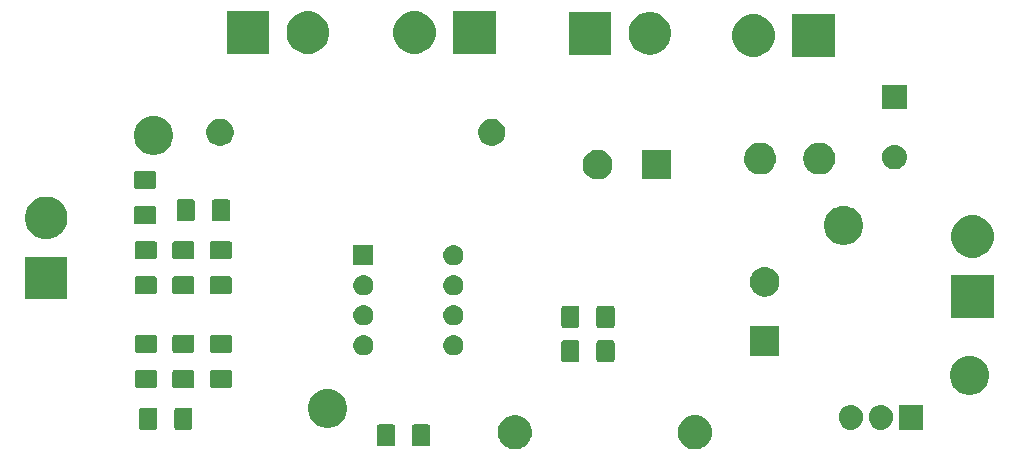
<source format=gbr>
G04 #@! TF.GenerationSoftware,KiCad,Pcbnew,(5.0.2)-1*
G04 #@! TF.CreationDate,2021-12-13T13:30:45+03:00*
G04 #@! TF.ProjectId,tasarim,74617361-7269-46d2-9e6b-696361645f70,rev?*
G04 #@! TF.SameCoordinates,Original*
G04 #@! TF.FileFunction,Soldermask,Top*
G04 #@! TF.FilePolarity,Negative*
%FSLAX46Y46*%
G04 Gerber Fmt 4.6, Leading zero omitted, Abs format (unit mm)*
G04 Created by KiCad (PCBNEW (5.0.2)-1) date 13.12.2021 13:30:45*
%MOMM*%
%LPD*%
G01*
G04 APERTURE LIST*
%ADD10C,0.100000*%
G04 APERTURE END LIST*
D10*
G36*
X178104861Y-110065497D02*
X178211446Y-110075995D01*
X178393789Y-110131308D01*
X178484961Y-110158965D01*
X178599410Y-110220140D01*
X178737033Y-110293701D01*
X178957976Y-110475024D01*
X179117480Y-110669380D01*
X179139298Y-110695966D01*
X179274035Y-110948039D01*
X179274035Y-110948040D01*
X179357005Y-111221554D01*
X179385020Y-111506000D01*
X179357005Y-111790446D01*
X179314903Y-111929238D01*
X179274035Y-112063961D01*
X179202016Y-112198697D01*
X179139299Y-112316033D01*
X178957976Y-112536976D01*
X178737033Y-112718299D01*
X178619697Y-112781016D01*
X178484961Y-112853035D01*
X178393789Y-112880692D01*
X178211446Y-112936005D01*
X178104861Y-112946502D01*
X177998278Y-112957000D01*
X177855722Y-112957000D01*
X177749139Y-112946502D01*
X177642554Y-112936005D01*
X177460211Y-112880692D01*
X177369039Y-112853035D01*
X177234303Y-112781016D01*
X177116967Y-112718299D01*
X176896024Y-112536976D01*
X176714701Y-112316033D01*
X176651984Y-112198697D01*
X176579965Y-112063961D01*
X176539097Y-111929238D01*
X176496995Y-111790446D01*
X176468980Y-111506000D01*
X176496995Y-111221554D01*
X176579965Y-110948040D01*
X176579965Y-110948039D01*
X176714702Y-110695966D01*
X176736521Y-110669380D01*
X176896024Y-110475024D01*
X177116967Y-110293701D01*
X177254590Y-110220140D01*
X177369039Y-110158965D01*
X177460211Y-110131308D01*
X177642554Y-110075995D01*
X177749139Y-110065497D01*
X177855722Y-110055000D01*
X177998278Y-110055000D01*
X178104861Y-110065497D01*
X178104861Y-110065497D01*
G37*
G36*
X163110238Y-110110760D02*
X163110240Y-110110761D01*
X163110241Y-110110761D01*
X163374306Y-110220140D01*
X163484399Y-110293702D01*
X163611962Y-110378937D01*
X163814063Y-110581038D01*
X163814065Y-110581041D01*
X163972860Y-110818694D01*
X164082239Y-111082759D01*
X164082240Y-111082762D01*
X164138000Y-111363088D01*
X164138000Y-111648912D01*
X164109848Y-111790444D01*
X164082239Y-111929241D01*
X163972860Y-112193306D01*
X163822654Y-112418105D01*
X163814063Y-112430962D01*
X163611962Y-112633063D01*
X163611959Y-112633065D01*
X163374306Y-112791860D01*
X163110241Y-112901239D01*
X163110240Y-112901239D01*
X163110238Y-112901240D01*
X162829912Y-112957000D01*
X162544088Y-112957000D01*
X162263762Y-112901240D01*
X162263760Y-112901239D01*
X162263759Y-112901239D01*
X161999694Y-112791860D01*
X161762041Y-112633065D01*
X161762038Y-112633063D01*
X161559937Y-112430962D01*
X161551346Y-112418105D01*
X161401140Y-112193306D01*
X161291761Y-111929241D01*
X161264153Y-111790444D01*
X161236000Y-111648912D01*
X161236000Y-111363088D01*
X161291760Y-111082762D01*
X161291761Y-111082759D01*
X161401140Y-110818694D01*
X161559935Y-110581041D01*
X161559937Y-110581038D01*
X161762038Y-110378937D01*
X161889601Y-110293702D01*
X161999694Y-110220140D01*
X162263759Y-110110761D01*
X162263760Y-110110761D01*
X162263762Y-110110760D01*
X162544088Y-110055000D01*
X162829912Y-110055000D01*
X163110238Y-110110760D01*
X163110238Y-110110760D01*
G37*
G36*
X152378062Y-110838181D02*
X152412977Y-110848773D01*
X152445165Y-110865978D01*
X152473373Y-110889127D01*
X152496522Y-110917335D01*
X152513727Y-110949523D01*
X152524319Y-110984438D01*
X152528500Y-111026895D01*
X152528500Y-112493105D01*
X152524319Y-112535562D01*
X152513727Y-112570477D01*
X152496522Y-112602665D01*
X152473373Y-112630873D01*
X152445165Y-112654022D01*
X152412977Y-112671227D01*
X152378062Y-112681819D01*
X152335605Y-112686000D01*
X151194395Y-112686000D01*
X151151938Y-112681819D01*
X151117023Y-112671227D01*
X151084835Y-112654022D01*
X151056627Y-112630873D01*
X151033478Y-112602665D01*
X151016273Y-112570477D01*
X151005681Y-112535562D01*
X151001500Y-112493105D01*
X151001500Y-111026895D01*
X151005681Y-110984438D01*
X151016273Y-110949523D01*
X151033478Y-110917335D01*
X151056627Y-110889127D01*
X151084835Y-110865978D01*
X151117023Y-110848773D01*
X151151938Y-110838181D01*
X151194395Y-110834000D01*
X152335605Y-110834000D01*
X152378062Y-110838181D01*
X152378062Y-110838181D01*
G37*
G36*
X155353062Y-110838181D02*
X155387977Y-110848773D01*
X155420165Y-110865978D01*
X155448373Y-110889127D01*
X155471522Y-110917335D01*
X155488727Y-110949523D01*
X155499319Y-110984438D01*
X155503500Y-111026895D01*
X155503500Y-112493105D01*
X155499319Y-112535562D01*
X155488727Y-112570477D01*
X155471522Y-112602665D01*
X155448373Y-112630873D01*
X155420165Y-112654022D01*
X155387977Y-112671227D01*
X155353062Y-112681819D01*
X155310605Y-112686000D01*
X154169395Y-112686000D01*
X154126938Y-112681819D01*
X154092023Y-112671227D01*
X154059835Y-112654022D01*
X154031627Y-112630873D01*
X154008478Y-112602665D01*
X153991273Y-112570477D01*
X153980681Y-112535562D01*
X153976500Y-112493105D01*
X153976500Y-111026895D01*
X153980681Y-110984438D01*
X153991273Y-110949523D01*
X154008478Y-110917335D01*
X154031627Y-110889127D01*
X154059835Y-110865978D01*
X154092023Y-110848773D01*
X154126938Y-110838181D01*
X154169395Y-110834000D01*
X155310605Y-110834000D01*
X155353062Y-110838181D01*
X155353062Y-110838181D01*
G37*
G36*
X191331720Y-109199520D02*
X191520881Y-109256901D01*
X191695212Y-109350083D01*
X191848015Y-109475485D01*
X191973417Y-109628288D01*
X192066599Y-109802620D01*
X192123980Y-109991781D01*
X192138500Y-110139207D01*
X192138500Y-110332794D01*
X192123980Y-110480220D01*
X192066599Y-110669381D01*
X191973417Y-110843712D01*
X191848015Y-110996515D01*
X191695212Y-111121917D01*
X191520880Y-111215099D01*
X191331719Y-111272480D01*
X191135000Y-111291855D01*
X190938280Y-111272480D01*
X190749119Y-111215099D01*
X190574788Y-111121917D01*
X190421985Y-110996515D01*
X190296583Y-110843712D01*
X190203401Y-110669380D01*
X190146020Y-110480219D01*
X190136045Y-110378937D01*
X190131500Y-110332795D01*
X190131500Y-110139204D01*
X190137726Y-110075995D01*
X190146020Y-109991780D01*
X190203401Y-109802619D01*
X190296583Y-109628288D01*
X190421985Y-109475485D01*
X190574788Y-109350083D01*
X190749120Y-109256901D01*
X190938281Y-109199520D01*
X191135000Y-109180145D01*
X191331720Y-109199520D01*
X191331720Y-109199520D01*
G37*
G36*
X193871720Y-109199520D02*
X194060881Y-109256901D01*
X194235212Y-109350083D01*
X194388015Y-109475485D01*
X194513417Y-109628288D01*
X194606599Y-109802620D01*
X194663980Y-109991781D01*
X194678500Y-110139207D01*
X194678500Y-110332794D01*
X194663980Y-110480220D01*
X194606599Y-110669381D01*
X194513417Y-110843712D01*
X194388015Y-110996515D01*
X194235212Y-111121917D01*
X194060880Y-111215099D01*
X193871719Y-111272480D01*
X193675000Y-111291855D01*
X193478280Y-111272480D01*
X193289119Y-111215099D01*
X193114788Y-111121917D01*
X192961985Y-110996515D01*
X192836583Y-110843712D01*
X192743401Y-110669380D01*
X192686020Y-110480219D01*
X192676045Y-110378937D01*
X192671500Y-110332795D01*
X192671500Y-110139204D01*
X192677726Y-110075995D01*
X192686020Y-109991780D01*
X192743401Y-109802619D01*
X192836583Y-109628288D01*
X192961985Y-109475485D01*
X193114788Y-109350083D01*
X193289120Y-109256901D01*
X193478281Y-109199520D01*
X193675000Y-109180145D01*
X193871720Y-109199520D01*
X193871720Y-109199520D01*
G37*
G36*
X135233062Y-109441181D02*
X135267977Y-109451773D01*
X135300165Y-109468978D01*
X135328373Y-109492127D01*
X135351522Y-109520335D01*
X135368727Y-109552523D01*
X135379319Y-109587438D01*
X135383500Y-109629895D01*
X135383500Y-111096105D01*
X135379319Y-111138562D01*
X135368727Y-111173477D01*
X135351522Y-111205665D01*
X135328373Y-111233873D01*
X135300165Y-111257022D01*
X135267977Y-111274227D01*
X135233062Y-111284819D01*
X135190605Y-111289000D01*
X134049395Y-111289000D01*
X134006938Y-111284819D01*
X133972023Y-111274227D01*
X133939835Y-111257022D01*
X133911627Y-111233873D01*
X133888478Y-111205665D01*
X133871273Y-111173477D01*
X133860681Y-111138562D01*
X133856500Y-111096105D01*
X133856500Y-109629895D01*
X133860681Y-109587438D01*
X133871273Y-109552523D01*
X133888478Y-109520335D01*
X133911627Y-109492127D01*
X133939835Y-109468978D01*
X133972023Y-109451773D01*
X134006938Y-109441181D01*
X134049395Y-109437000D01*
X135190605Y-109437000D01*
X135233062Y-109441181D01*
X135233062Y-109441181D01*
G37*
G36*
X132258062Y-109441181D02*
X132292977Y-109451773D01*
X132325165Y-109468978D01*
X132353373Y-109492127D01*
X132376522Y-109520335D01*
X132393727Y-109552523D01*
X132404319Y-109587438D01*
X132408500Y-109629895D01*
X132408500Y-111096105D01*
X132404319Y-111138562D01*
X132393727Y-111173477D01*
X132376522Y-111205665D01*
X132353373Y-111233873D01*
X132325165Y-111257022D01*
X132292977Y-111274227D01*
X132258062Y-111284819D01*
X132215605Y-111289000D01*
X131074395Y-111289000D01*
X131031938Y-111284819D01*
X130997023Y-111274227D01*
X130964835Y-111257022D01*
X130936627Y-111233873D01*
X130913478Y-111205665D01*
X130896273Y-111173477D01*
X130885681Y-111138562D01*
X130881500Y-111096105D01*
X130881500Y-109629895D01*
X130885681Y-109587438D01*
X130896273Y-109552523D01*
X130913478Y-109520335D01*
X130936627Y-109492127D01*
X130964835Y-109468978D01*
X130997023Y-109451773D01*
X131031938Y-109441181D01*
X131074395Y-109437000D01*
X132215605Y-109437000D01*
X132258062Y-109441181D01*
X132258062Y-109441181D01*
G37*
G36*
X197218500Y-111287000D02*
X195211500Y-111287000D01*
X195211500Y-109185000D01*
X197218500Y-109185000D01*
X197218500Y-111287000D01*
X197218500Y-111287000D01*
G37*
G36*
X147187256Y-107865298D02*
X147293579Y-107886447D01*
X147594042Y-108010903D01*
X147791884Y-108143097D01*
X147864454Y-108191587D01*
X148094413Y-108421546D01*
X148275098Y-108691960D01*
X148399553Y-108992422D01*
X148452162Y-109256901D01*
X148463000Y-109311391D01*
X148463000Y-109636609D01*
X148399553Y-109955579D01*
X148275097Y-110256042D01*
X148125308Y-110480216D01*
X148094413Y-110526454D01*
X147864454Y-110756413D01*
X147864451Y-110756415D01*
X147594042Y-110937097D01*
X147594041Y-110937098D01*
X147594040Y-110937098D01*
X147564043Y-110949523D01*
X147293579Y-111061553D01*
X147187256Y-111082702D01*
X146974611Y-111125000D01*
X146649389Y-111125000D01*
X146436744Y-111082702D01*
X146330421Y-111061553D01*
X146059957Y-110949523D01*
X146029960Y-110937098D01*
X146029959Y-110937098D01*
X146029958Y-110937097D01*
X145759549Y-110756415D01*
X145759546Y-110756413D01*
X145529587Y-110526454D01*
X145498692Y-110480216D01*
X145348903Y-110256042D01*
X145224447Y-109955579D01*
X145161000Y-109636609D01*
X145161000Y-109311391D01*
X145171839Y-109256901D01*
X145224447Y-108992422D01*
X145348902Y-108691960D01*
X145529587Y-108421546D01*
X145759546Y-108191587D01*
X145832116Y-108143097D01*
X146029958Y-108010903D01*
X146330421Y-107886447D01*
X146436744Y-107865298D01*
X146649389Y-107823000D01*
X146974611Y-107823000D01*
X147187256Y-107865298D01*
X147187256Y-107865298D01*
G37*
G36*
X201543256Y-105071298D02*
X201649579Y-105092447D01*
X201950042Y-105216903D01*
X202083542Y-105306105D01*
X202220454Y-105397587D01*
X202450413Y-105627546D01*
X202631098Y-105897960D01*
X202755553Y-106198422D01*
X202790665Y-106374938D01*
X202819000Y-106517391D01*
X202819000Y-106842609D01*
X202755553Y-107161579D01*
X202631097Y-107462042D01*
X202517241Y-107632439D01*
X202450413Y-107732454D01*
X202220454Y-107962413D01*
X202220451Y-107962415D01*
X201950042Y-108143097D01*
X201649579Y-108267553D01*
X201543256Y-108288702D01*
X201330611Y-108331000D01*
X201005389Y-108331000D01*
X200792744Y-108288702D01*
X200686421Y-108267553D01*
X200385958Y-108143097D01*
X200115549Y-107962415D01*
X200115546Y-107962413D01*
X199885587Y-107732454D01*
X199818759Y-107632439D01*
X199704903Y-107462042D01*
X199580447Y-107161579D01*
X199517000Y-106842609D01*
X199517000Y-106517391D01*
X199545336Y-106374938D01*
X199580447Y-106198422D01*
X199704902Y-105897960D01*
X199885587Y-105627546D01*
X200115546Y-105397587D01*
X200252458Y-105306105D01*
X200385958Y-105216903D01*
X200686421Y-105092447D01*
X200792744Y-105071298D01*
X201005389Y-105029000D01*
X201330611Y-105029000D01*
X201543256Y-105071298D01*
X201543256Y-105071298D01*
G37*
G36*
X135395562Y-106228681D02*
X135430477Y-106239273D01*
X135462665Y-106256478D01*
X135490873Y-106279627D01*
X135514022Y-106307835D01*
X135531227Y-106340023D01*
X135541819Y-106374938D01*
X135546000Y-106417395D01*
X135546000Y-107558605D01*
X135541819Y-107601062D01*
X135531227Y-107635977D01*
X135514022Y-107668165D01*
X135490873Y-107696373D01*
X135462665Y-107719522D01*
X135430477Y-107736727D01*
X135395562Y-107747319D01*
X135353105Y-107751500D01*
X133886895Y-107751500D01*
X133844438Y-107747319D01*
X133809523Y-107736727D01*
X133777335Y-107719522D01*
X133749127Y-107696373D01*
X133725978Y-107668165D01*
X133708773Y-107635977D01*
X133698181Y-107601062D01*
X133694000Y-107558605D01*
X133694000Y-106417395D01*
X133698181Y-106374938D01*
X133708773Y-106340023D01*
X133725978Y-106307835D01*
X133749127Y-106279627D01*
X133777335Y-106256478D01*
X133809523Y-106239273D01*
X133844438Y-106228681D01*
X133886895Y-106224500D01*
X135353105Y-106224500D01*
X135395562Y-106228681D01*
X135395562Y-106228681D01*
G37*
G36*
X132220562Y-106228681D02*
X132255477Y-106239273D01*
X132287665Y-106256478D01*
X132315873Y-106279627D01*
X132339022Y-106307835D01*
X132356227Y-106340023D01*
X132366819Y-106374938D01*
X132371000Y-106417395D01*
X132371000Y-107558605D01*
X132366819Y-107601062D01*
X132356227Y-107635977D01*
X132339022Y-107668165D01*
X132315873Y-107696373D01*
X132287665Y-107719522D01*
X132255477Y-107736727D01*
X132220562Y-107747319D01*
X132178105Y-107751500D01*
X130711895Y-107751500D01*
X130669438Y-107747319D01*
X130634523Y-107736727D01*
X130602335Y-107719522D01*
X130574127Y-107696373D01*
X130550978Y-107668165D01*
X130533773Y-107635977D01*
X130523181Y-107601062D01*
X130519000Y-107558605D01*
X130519000Y-106417395D01*
X130523181Y-106374938D01*
X130533773Y-106340023D01*
X130550978Y-106307835D01*
X130574127Y-106279627D01*
X130602335Y-106256478D01*
X130634523Y-106239273D01*
X130669438Y-106228681D01*
X130711895Y-106224500D01*
X132178105Y-106224500D01*
X132220562Y-106228681D01*
X132220562Y-106228681D01*
G37*
G36*
X138570562Y-106228681D02*
X138605477Y-106239273D01*
X138637665Y-106256478D01*
X138665873Y-106279627D01*
X138689022Y-106307835D01*
X138706227Y-106340023D01*
X138716819Y-106374938D01*
X138721000Y-106417395D01*
X138721000Y-107558605D01*
X138716819Y-107601062D01*
X138706227Y-107635977D01*
X138689022Y-107668165D01*
X138665873Y-107696373D01*
X138637665Y-107719522D01*
X138605477Y-107736727D01*
X138570562Y-107747319D01*
X138528105Y-107751500D01*
X137061895Y-107751500D01*
X137019438Y-107747319D01*
X136984523Y-107736727D01*
X136952335Y-107719522D01*
X136924127Y-107696373D01*
X136900978Y-107668165D01*
X136883773Y-107635977D01*
X136873181Y-107601062D01*
X136869000Y-107558605D01*
X136869000Y-106417395D01*
X136873181Y-106374938D01*
X136883773Y-106340023D01*
X136900978Y-106307835D01*
X136924127Y-106279627D01*
X136952335Y-106256478D01*
X136984523Y-106239273D01*
X137019438Y-106228681D01*
X137061895Y-106224500D01*
X138528105Y-106224500D01*
X138570562Y-106228681D01*
X138570562Y-106228681D01*
G37*
G36*
X170974062Y-103726181D02*
X171008977Y-103736773D01*
X171041165Y-103753978D01*
X171069373Y-103777127D01*
X171092522Y-103805335D01*
X171109727Y-103837523D01*
X171120319Y-103872438D01*
X171124500Y-103914895D01*
X171124500Y-105381105D01*
X171120319Y-105423562D01*
X171109727Y-105458477D01*
X171092522Y-105490665D01*
X171069373Y-105518873D01*
X171041165Y-105542022D01*
X171008977Y-105559227D01*
X170974062Y-105569819D01*
X170931605Y-105574000D01*
X169790395Y-105574000D01*
X169747938Y-105569819D01*
X169713023Y-105559227D01*
X169680835Y-105542022D01*
X169652627Y-105518873D01*
X169629478Y-105490665D01*
X169612273Y-105458477D01*
X169601681Y-105423562D01*
X169597500Y-105381105D01*
X169597500Y-103914895D01*
X169601681Y-103872438D01*
X169612273Y-103837523D01*
X169629478Y-103805335D01*
X169652627Y-103777127D01*
X169680835Y-103753978D01*
X169713023Y-103736773D01*
X169747938Y-103726181D01*
X169790395Y-103722000D01*
X170931605Y-103722000D01*
X170974062Y-103726181D01*
X170974062Y-103726181D01*
G37*
G36*
X167999062Y-103726181D02*
X168033977Y-103736773D01*
X168066165Y-103753978D01*
X168094373Y-103777127D01*
X168117522Y-103805335D01*
X168134727Y-103837523D01*
X168145319Y-103872438D01*
X168149500Y-103914895D01*
X168149500Y-105381105D01*
X168145319Y-105423562D01*
X168134727Y-105458477D01*
X168117522Y-105490665D01*
X168094373Y-105518873D01*
X168066165Y-105542022D01*
X168033977Y-105559227D01*
X167999062Y-105569819D01*
X167956605Y-105574000D01*
X166815395Y-105574000D01*
X166772938Y-105569819D01*
X166738023Y-105559227D01*
X166705835Y-105542022D01*
X166677627Y-105518873D01*
X166654478Y-105490665D01*
X166637273Y-105458477D01*
X166626681Y-105423562D01*
X166622500Y-105381105D01*
X166622500Y-103914895D01*
X166626681Y-103872438D01*
X166637273Y-103837523D01*
X166654478Y-103805335D01*
X166677627Y-103777127D01*
X166705835Y-103753978D01*
X166738023Y-103736773D01*
X166772938Y-103726181D01*
X166815395Y-103722000D01*
X167956605Y-103722000D01*
X167999062Y-103726181D01*
X167999062Y-103726181D01*
G37*
G36*
X185083500Y-105010000D02*
X182581500Y-105010000D01*
X182581500Y-102508000D01*
X185083500Y-102508000D01*
X185083500Y-105010000D01*
X185083500Y-105010000D01*
G37*
G36*
X157646821Y-103301313D02*
X157646824Y-103301314D01*
X157646825Y-103301314D01*
X157807239Y-103349975D01*
X157807241Y-103349976D01*
X157807244Y-103349977D01*
X157955078Y-103428995D01*
X158084659Y-103535341D01*
X158191005Y-103664922D01*
X158270023Y-103812756D01*
X158270024Y-103812759D01*
X158270025Y-103812761D01*
X158292659Y-103887376D01*
X158318687Y-103973179D01*
X158335117Y-104140000D01*
X158318687Y-104306821D01*
X158270023Y-104467244D01*
X158191005Y-104615078D01*
X158084659Y-104744659D01*
X157955078Y-104851005D01*
X157807244Y-104930023D01*
X157807241Y-104930024D01*
X157807239Y-104930025D01*
X157646825Y-104978686D01*
X157646824Y-104978686D01*
X157646821Y-104978687D01*
X157521804Y-104991000D01*
X157438196Y-104991000D01*
X157313179Y-104978687D01*
X157313176Y-104978686D01*
X157313175Y-104978686D01*
X157152761Y-104930025D01*
X157152759Y-104930024D01*
X157152756Y-104930023D01*
X157004922Y-104851005D01*
X156875341Y-104744659D01*
X156768995Y-104615078D01*
X156689977Y-104467244D01*
X156641313Y-104306821D01*
X156624883Y-104140000D01*
X156641313Y-103973179D01*
X156667341Y-103887376D01*
X156689975Y-103812761D01*
X156689976Y-103812759D01*
X156689977Y-103812756D01*
X156768995Y-103664922D01*
X156875341Y-103535341D01*
X157004922Y-103428995D01*
X157152756Y-103349977D01*
X157152759Y-103349976D01*
X157152761Y-103349975D01*
X157313175Y-103301314D01*
X157313176Y-103301314D01*
X157313179Y-103301313D01*
X157438196Y-103289000D01*
X157521804Y-103289000D01*
X157646821Y-103301313D01*
X157646821Y-103301313D01*
G37*
G36*
X150026821Y-103301313D02*
X150026824Y-103301314D01*
X150026825Y-103301314D01*
X150187239Y-103349975D01*
X150187241Y-103349976D01*
X150187244Y-103349977D01*
X150335078Y-103428995D01*
X150464659Y-103535341D01*
X150571005Y-103664922D01*
X150650023Y-103812756D01*
X150650024Y-103812759D01*
X150650025Y-103812761D01*
X150672659Y-103887376D01*
X150698687Y-103973179D01*
X150715117Y-104140000D01*
X150698687Y-104306821D01*
X150650023Y-104467244D01*
X150571005Y-104615078D01*
X150464659Y-104744659D01*
X150335078Y-104851005D01*
X150187244Y-104930023D01*
X150187241Y-104930024D01*
X150187239Y-104930025D01*
X150026825Y-104978686D01*
X150026824Y-104978686D01*
X150026821Y-104978687D01*
X149901804Y-104991000D01*
X149818196Y-104991000D01*
X149693179Y-104978687D01*
X149693176Y-104978686D01*
X149693175Y-104978686D01*
X149532761Y-104930025D01*
X149532759Y-104930024D01*
X149532756Y-104930023D01*
X149384922Y-104851005D01*
X149255341Y-104744659D01*
X149148995Y-104615078D01*
X149069977Y-104467244D01*
X149021313Y-104306821D01*
X149004883Y-104140000D01*
X149021313Y-103973179D01*
X149047341Y-103887376D01*
X149069975Y-103812761D01*
X149069976Y-103812759D01*
X149069977Y-103812756D01*
X149148995Y-103664922D01*
X149255341Y-103535341D01*
X149384922Y-103428995D01*
X149532756Y-103349977D01*
X149532759Y-103349976D01*
X149532761Y-103349975D01*
X149693175Y-103301314D01*
X149693176Y-103301314D01*
X149693179Y-103301313D01*
X149818196Y-103289000D01*
X149901804Y-103289000D01*
X150026821Y-103301313D01*
X150026821Y-103301313D01*
G37*
G36*
X138570562Y-103253681D02*
X138605477Y-103264273D01*
X138637665Y-103281478D01*
X138665873Y-103304627D01*
X138689022Y-103332835D01*
X138706227Y-103365023D01*
X138716819Y-103399938D01*
X138721000Y-103442395D01*
X138721000Y-104583605D01*
X138716819Y-104626062D01*
X138706227Y-104660977D01*
X138689022Y-104693165D01*
X138665873Y-104721373D01*
X138637665Y-104744522D01*
X138605477Y-104761727D01*
X138570562Y-104772319D01*
X138528105Y-104776500D01*
X137061895Y-104776500D01*
X137019438Y-104772319D01*
X136984523Y-104761727D01*
X136952335Y-104744522D01*
X136924127Y-104721373D01*
X136900978Y-104693165D01*
X136883773Y-104660977D01*
X136873181Y-104626062D01*
X136869000Y-104583605D01*
X136869000Y-103442395D01*
X136873181Y-103399938D01*
X136883773Y-103365023D01*
X136900978Y-103332835D01*
X136924127Y-103304627D01*
X136952335Y-103281478D01*
X136984523Y-103264273D01*
X137019438Y-103253681D01*
X137061895Y-103249500D01*
X138528105Y-103249500D01*
X138570562Y-103253681D01*
X138570562Y-103253681D01*
G37*
G36*
X135395562Y-103253681D02*
X135430477Y-103264273D01*
X135462665Y-103281478D01*
X135490873Y-103304627D01*
X135514022Y-103332835D01*
X135531227Y-103365023D01*
X135541819Y-103399938D01*
X135546000Y-103442395D01*
X135546000Y-104583605D01*
X135541819Y-104626062D01*
X135531227Y-104660977D01*
X135514022Y-104693165D01*
X135490873Y-104721373D01*
X135462665Y-104744522D01*
X135430477Y-104761727D01*
X135395562Y-104772319D01*
X135353105Y-104776500D01*
X133886895Y-104776500D01*
X133844438Y-104772319D01*
X133809523Y-104761727D01*
X133777335Y-104744522D01*
X133749127Y-104721373D01*
X133725978Y-104693165D01*
X133708773Y-104660977D01*
X133698181Y-104626062D01*
X133694000Y-104583605D01*
X133694000Y-103442395D01*
X133698181Y-103399938D01*
X133708773Y-103365023D01*
X133725978Y-103332835D01*
X133749127Y-103304627D01*
X133777335Y-103281478D01*
X133809523Y-103264273D01*
X133844438Y-103253681D01*
X133886895Y-103249500D01*
X135353105Y-103249500D01*
X135395562Y-103253681D01*
X135395562Y-103253681D01*
G37*
G36*
X132220562Y-103253681D02*
X132255477Y-103264273D01*
X132287665Y-103281478D01*
X132315873Y-103304627D01*
X132339022Y-103332835D01*
X132356227Y-103365023D01*
X132366819Y-103399938D01*
X132371000Y-103442395D01*
X132371000Y-104583605D01*
X132366819Y-104626062D01*
X132356227Y-104660977D01*
X132339022Y-104693165D01*
X132315873Y-104721373D01*
X132287665Y-104744522D01*
X132255477Y-104761727D01*
X132220562Y-104772319D01*
X132178105Y-104776500D01*
X130711895Y-104776500D01*
X130669438Y-104772319D01*
X130634523Y-104761727D01*
X130602335Y-104744522D01*
X130574127Y-104721373D01*
X130550978Y-104693165D01*
X130533773Y-104660977D01*
X130523181Y-104626062D01*
X130519000Y-104583605D01*
X130519000Y-103442395D01*
X130523181Y-103399938D01*
X130533773Y-103365023D01*
X130550978Y-103332835D01*
X130574127Y-103304627D01*
X130602335Y-103281478D01*
X130634523Y-103264273D01*
X130669438Y-103253681D01*
X130711895Y-103249500D01*
X132178105Y-103249500D01*
X132220562Y-103253681D01*
X132220562Y-103253681D01*
G37*
G36*
X170974062Y-100805181D02*
X171008977Y-100815773D01*
X171041165Y-100832978D01*
X171069373Y-100856127D01*
X171092522Y-100884335D01*
X171109727Y-100916523D01*
X171120319Y-100951438D01*
X171124500Y-100993895D01*
X171124500Y-102460105D01*
X171120319Y-102502562D01*
X171109727Y-102537477D01*
X171092522Y-102569665D01*
X171069373Y-102597873D01*
X171041165Y-102621022D01*
X171008977Y-102638227D01*
X170974062Y-102648819D01*
X170931605Y-102653000D01*
X169790395Y-102653000D01*
X169747938Y-102648819D01*
X169713023Y-102638227D01*
X169680835Y-102621022D01*
X169652627Y-102597873D01*
X169629478Y-102569665D01*
X169612273Y-102537477D01*
X169601681Y-102502562D01*
X169597500Y-102460105D01*
X169597500Y-100993895D01*
X169601681Y-100951438D01*
X169612273Y-100916523D01*
X169629478Y-100884335D01*
X169652627Y-100856127D01*
X169680835Y-100832978D01*
X169713023Y-100815773D01*
X169747938Y-100805181D01*
X169790395Y-100801000D01*
X170931605Y-100801000D01*
X170974062Y-100805181D01*
X170974062Y-100805181D01*
G37*
G36*
X167999062Y-100805181D02*
X168033977Y-100815773D01*
X168066165Y-100832978D01*
X168094373Y-100856127D01*
X168117522Y-100884335D01*
X168134727Y-100916523D01*
X168145319Y-100951438D01*
X168149500Y-100993895D01*
X168149500Y-102460105D01*
X168145319Y-102502562D01*
X168134727Y-102537477D01*
X168117522Y-102569665D01*
X168094373Y-102597873D01*
X168066165Y-102621022D01*
X168033977Y-102638227D01*
X167999062Y-102648819D01*
X167956605Y-102653000D01*
X166815395Y-102653000D01*
X166772938Y-102648819D01*
X166738023Y-102638227D01*
X166705835Y-102621022D01*
X166677627Y-102597873D01*
X166654478Y-102569665D01*
X166637273Y-102537477D01*
X166626681Y-102502562D01*
X166622500Y-102460105D01*
X166622500Y-100993895D01*
X166626681Y-100951438D01*
X166637273Y-100916523D01*
X166654478Y-100884335D01*
X166677627Y-100856127D01*
X166705835Y-100832978D01*
X166738023Y-100815773D01*
X166772938Y-100805181D01*
X166815395Y-100801000D01*
X167956605Y-100801000D01*
X167999062Y-100805181D01*
X167999062Y-100805181D01*
G37*
G36*
X157646821Y-100761313D02*
X157646824Y-100761314D01*
X157646825Y-100761314D01*
X157807239Y-100809975D01*
X157807241Y-100809976D01*
X157807244Y-100809977D01*
X157955078Y-100888995D01*
X158084659Y-100995341D01*
X158191005Y-101124922D01*
X158270023Y-101272756D01*
X158318687Y-101433179D01*
X158335117Y-101600000D01*
X158318687Y-101766821D01*
X158270023Y-101927244D01*
X158191005Y-102075078D01*
X158084659Y-102204659D01*
X157955078Y-102311005D01*
X157807244Y-102390023D01*
X157807241Y-102390024D01*
X157807239Y-102390025D01*
X157646825Y-102438686D01*
X157646824Y-102438686D01*
X157646821Y-102438687D01*
X157521804Y-102451000D01*
X157438196Y-102451000D01*
X157313179Y-102438687D01*
X157313176Y-102438686D01*
X157313175Y-102438686D01*
X157152761Y-102390025D01*
X157152759Y-102390024D01*
X157152756Y-102390023D01*
X157004922Y-102311005D01*
X156875341Y-102204659D01*
X156768995Y-102075078D01*
X156689977Y-101927244D01*
X156641313Y-101766821D01*
X156624883Y-101600000D01*
X156641313Y-101433179D01*
X156689977Y-101272756D01*
X156768995Y-101124922D01*
X156875341Y-100995341D01*
X157004922Y-100888995D01*
X157152756Y-100809977D01*
X157152759Y-100809976D01*
X157152761Y-100809975D01*
X157313175Y-100761314D01*
X157313176Y-100761314D01*
X157313179Y-100761313D01*
X157438196Y-100749000D01*
X157521804Y-100749000D01*
X157646821Y-100761313D01*
X157646821Y-100761313D01*
G37*
G36*
X150026821Y-100761313D02*
X150026824Y-100761314D01*
X150026825Y-100761314D01*
X150187239Y-100809975D01*
X150187241Y-100809976D01*
X150187244Y-100809977D01*
X150335078Y-100888995D01*
X150464659Y-100995341D01*
X150571005Y-101124922D01*
X150650023Y-101272756D01*
X150698687Y-101433179D01*
X150715117Y-101600000D01*
X150698687Y-101766821D01*
X150650023Y-101927244D01*
X150571005Y-102075078D01*
X150464659Y-102204659D01*
X150335078Y-102311005D01*
X150187244Y-102390023D01*
X150187241Y-102390024D01*
X150187239Y-102390025D01*
X150026825Y-102438686D01*
X150026824Y-102438686D01*
X150026821Y-102438687D01*
X149901804Y-102451000D01*
X149818196Y-102451000D01*
X149693179Y-102438687D01*
X149693176Y-102438686D01*
X149693175Y-102438686D01*
X149532761Y-102390025D01*
X149532759Y-102390024D01*
X149532756Y-102390023D01*
X149384922Y-102311005D01*
X149255341Y-102204659D01*
X149148995Y-102075078D01*
X149069977Y-101927244D01*
X149021313Y-101766821D01*
X149004883Y-101600000D01*
X149021313Y-101433179D01*
X149069977Y-101272756D01*
X149148995Y-101124922D01*
X149255341Y-100995341D01*
X149384922Y-100888995D01*
X149532756Y-100809977D01*
X149532759Y-100809976D01*
X149532761Y-100809975D01*
X149693175Y-100761314D01*
X149693176Y-100761314D01*
X149693179Y-100761313D01*
X149818196Y-100749000D01*
X149901804Y-100749000D01*
X150026821Y-100761313D01*
X150026821Y-100761313D01*
G37*
G36*
X203223060Y-101813560D02*
X199620940Y-101813560D01*
X199620940Y-98211440D01*
X203223060Y-98211440D01*
X203223060Y-101813560D01*
X203223060Y-101813560D01*
G37*
G36*
X124800560Y-100226060D02*
X121198440Y-100226060D01*
X121198440Y-96623940D01*
X124800560Y-96623940D01*
X124800560Y-100226060D01*
X124800560Y-100226060D01*
G37*
G36*
X184016135Y-97520019D02*
X184197403Y-97556075D01*
X184425071Y-97650378D01*
X184629042Y-97786668D01*
X184629969Y-97787287D01*
X184804213Y-97961531D01*
X184804215Y-97961534D01*
X184941122Y-98166429D01*
X185035425Y-98394097D01*
X185083500Y-98635787D01*
X185083500Y-98882213D01*
X185035425Y-99123903D01*
X184941122Y-99351571D01*
X184818506Y-99535078D01*
X184804213Y-99556469D01*
X184629969Y-99730713D01*
X184629966Y-99730715D01*
X184425071Y-99867622D01*
X184197403Y-99961925D01*
X184016136Y-99997981D01*
X183955714Y-100010000D01*
X183709286Y-100010000D01*
X183648865Y-99997981D01*
X183467597Y-99961925D01*
X183239929Y-99867622D01*
X183035034Y-99730715D01*
X183035031Y-99730713D01*
X182860787Y-99556469D01*
X182846494Y-99535078D01*
X182723878Y-99351571D01*
X182629575Y-99123903D01*
X182581500Y-98882213D01*
X182581500Y-98635787D01*
X182629575Y-98394097D01*
X182723878Y-98166429D01*
X182860785Y-97961534D01*
X182860787Y-97961531D01*
X183035031Y-97787287D01*
X183035958Y-97786668D01*
X183239929Y-97650378D01*
X183467597Y-97556075D01*
X183648864Y-97520019D01*
X183709286Y-97508000D01*
X183955714Y-97508000D01*
X184016135Y-97520019D01*
X184016135Y-97520019D01*
G37*
G36*
X150026821Y-98221313D02*
X150026824Y-98221314D01*
X150026825Y-98221314D01*
X150187239Y-98269975D01*
X150187241Y-98269976D01*
X150187244Y-98269977D01*
X150335078Y-98348995D01*
X150464659Y-98455341D01*
X150571005Y-98584922D01*
X150650023Y-98732756D01*
X150650024Y-98732759D01*
X150650025Y-98732761D01*
X150695361Y-98882214D01*
X150698687Y-98893179D01*
X150715117Y-99060000D01*
X150698687Y-99226821D01*
X150698686Y-99226824D01*
X150698686Y-99226825D01*
X150660845Y-99351571D01*
X150650023Y-99387244D01*
X150571005Y-99535078D01*
X150464659Y-99664659D01*
X150335078Y-99771005D01*
X150187244Y-99850023D01*
X150187241Y-99850024D01*
X150187239Y-99850025D01*
X150026825Y-99898686D01*
X150026824Y-99898686D01*
X150026821Y-99898687D01*
X149901804Y-99911000D01*
X149818196Y-99911000D01*
X149693179Y-99898687D01*
X149693176Y-99898686D01*
X149693175Y-99898686D01*
X149532761Y-99850025D01*
X149532759Y-99850024D01*
X149532756Y-99850023D01*
X149384922Y-99771005D01*
X149255341Y-99664659D01*
X149148995Y-99535078D01*
X149069977Y-99387244D01*
X149059156Y-99351571D01*
X149021314Y-99226825D01*
X149021314Y-99226824D01*
X149021313Y-99226821D01*
X149004883Y-99060000D01*
X149021313Y-98893179D01*
X149024639Y-98882214D01*
X149069975Y-98732761D01*
X149069976Y-98732759D01*
X149069977Y-98732756D01*
X149148995Y-98584922D01*
X149255341Y-98455341D01*
X149384922Y-98348995D01*
X149532756Y-98269977D01*
X149532759Y-98269976D01*
X149532761Y-98269975D01*
X149693175Y-98221314D01*
X149693176Y-98221314D01*
X149693179Y-98221313D01*
X149818196Y-98209000D01*
X149901804Y-98209000D01*
X150026821Y-98221313D01*
X150026821Y-98221313D01*
G37*
G36*
X157646821Y-98221313D02*
X157646824Y-98221314D01*
X157646825Y-98221314D01*
X157807239Y-98269975D01*
X157807241Y-98269976D01*
X157807244Y-98269977D01*
X157955078Y-98348995D01*
X158084659Y-98455341D01*
X158191005Y-98584922D01*
X158270023Y-98732756D01*
X158270024Y-98732759D01*
X158270025Y-98732761D01*
X158315361Y-98882214D01*
X158318687Y-98893179D01*
X158335117Y-99060000D01*
X158318687Y-99226821D01*
X158318686Y-99226824D01*
X158318686Y-99226825D01*
X158280845Y-99351571D01*
X158270023Y-99387244D01*
X158191005Y-99535078D01*
X158084659Y-99664659D01*
X157955078Y-99771005D01*
X157807244Y-99850023D01*
X157807241Y-99850024D01*
X157807239Y-99850025D01*
X157646825Y-99898686D01*
X157646824Y-99898686D01*
X157646821Y-99898687D01*
X157521804Y-99911000D01*
X157438196Y-99911000D01*
X157313179Y-99898687D01*
X157313176Y-99898686D01*
X157313175Y-99898686D01*
X157152761Y-99850025D01*
X157152759Y-99850024D01*
X157152756Y-99850023D01*
X157004922Y-99771005D01*
X156875341Y-99664659D01*
X156768995Y-99535078D01*
X156689977Y-99387244D01*
X156679156Y-99351571D01*
X156641314Y-99226825D01*
X156641314Y-99226824D01*
X156641313Y-99226821D01*
X156624883Y-99060000D01*
X156641313Y-98893179D01*
X156644639Y-98882214D01*
X156689975Y-98732761D01*
X156689976Y-98732759D01*
X156689977Y-98732756D01*
X156768995Y-98584922D01*
X156875341Y-98455341D01*
X157004922Y-98348995D01*
X157152756Y-98269977D01*
X157152759Y-98269976D01*
X157152761Y-98269975D01*
X157313175Y-98221314D01*
X157313176Y-98221314D01*
X157313179Y-98221313D01*
X157438196Y-98209000D01*
X157521804Y-98209000D01*
X157646821Y-98221313D01*
X157646821Y-98221313D01*
G37*
G36*
X132220562Y-98300681D02*
X132255477Y-98311273D01*
X132287665Y-98328478D01*
X132315873Y-98351627D01*
X132339022Y-98379835D01*
X132356227Y-98412023D01*
X132366819Y-98446938D01*
X132371000Y-98489395D01*
X132371000Y-99630605D01*
X132366819Y-99673062D01*
X132356227Y-99707977D01*
X132339022Y-99740165D01*
X132315873Y-99768373D01*
X132287665Y-99791522D01*
X132255477Y-99808727D01*
X132220562Y-99819319D01*
X132178105Y-99823500D01*
X130711895Y-99823500D01*
X130669438Y-99819319D01*
X130634523Y-99808727D01*
X130602335Y-99791522D01*
X130574127Y-99768373D01*
X130550978Y-99740165D01*
X130533773Y-99707977D01*
X130523181Y-99673062D01*
X130519000Y-99630605D01*
X130519000Y-98489395D01*
X130523181Y-98446938D01*
X130533773Y-98412023D01*
X130550978Y-98379835D01*
X130574127Y-98351627D01*
X130602335Y-98328478D01*
X130634523Y-98311273D01*
X130669438Y-98300681D01*
X130711895Y-98296500D01*
X132178105Y-98296500D01*
X132220562Y-98300681D01*
X132220562Y-98300681D01*
G37*
G36*
X135395562Y-98300681D02*
X135430477Y-98311273D01*
X135462665Y-98328478D01*
X135490873Y-98351627D01*
X135514022Y-98379835D01*
X135531227Y-98412023D01*
X135541819Y-98446938D01*
X135546000Y-98489395D01*
X135546000Y-99630605D01*
X135541819Y-99673062D01*
X135531227Y-99707977D01*
X135514022Y-99740165D01*
X135490873Y-99768373D01*
X135462665Y-99791522D01*
X135430477Y-99808727D01*
X135395562Y-99819319D01*
X135353105Y-99823500D01*
X133886895Y-99823500D01*
X133844438Y-99819319D01*
X133809523Y-99808727D01*
X133777335Y-99791522D01*
X133749127Y-99768373D01*
X133725978Y-99740165D01*
X133708773Y-99707977D01*
X133698181Y-99673062D01*
X133694000Y-99630605D01*
X133694000Y-98489395D01*
X133698181Y-98446938D01*
X133708773Y-98412023D01*
X133725978Y-98379835D01*
X133749127Y-98351627D01*
X133777335Y-98328478D01*
X133809523Y-98311273D01*
X133844438Y-98300681D01*
X133886895Y-98296500D01*
X135353105Y-98296500D01*
X135395562Y-98300681D01*
X135395562Y-98300681D01*
G37*
G36*
X138570562Y-98300681D02*
X138605477Y-98311273D01*
X138637665Y-98328478D01*
X138665873Y-98351627D01*
X138689022Y-98379835D01*
X138706227Y-98412023D01*
X138716819Y-98446938D01*
X138721000Y-98489395D01*
X138721000Y-99630605D01*
X138716819Y-99673062D01*
X138706227Y-99707977D01*
X138689022Y-99740165D01*
X138665873Y-99768373D01*
X138637665Y-99791522D01*
X138605477Y-99808727D01*
X138570562Y-99819319D01*
X138528105Y-99823500D01*
X137061895Y-99823500D01*
X137019438Y-99819319D01*
X136984523Y-99808727D01*
X136952335Y-99791522D01*
X136924127Y-99768373D01*
X136900978Y-99740165D01*
X136883773Y-99707977D01*
X136873181Y-99673062D01*
X136869000Y-99630605D01*
X136869000Y-98489395D01*
X136873181Y-98446938D01*
X136883773Y-98412023D01*
X136900978Y-98379835D01*
X136924127Y-98351627D01*
X136952335Y-98328478D01*
X136984523Y-98311273D01*
X137019438Y-98300681D01*
X137061895Y-98296500D01*
X138528105Y-98296500D01*
X138570562Y-98300681D01*
X138570562Y-98300681D01*
G37*
G36*
X150711000Y-97371000D02*
X149009000Y-97371000D01*
X149009000Y-95669000D01*
X150711000Y-95669000D01*
X150711000Y-97371000D01*
X150711000Y-97371000D01*
G37*
G36*
X157646821Y-95681313D02*
X157646824Y-95681314D01*
X157646825Y-95681314D01*
X157807239Y-95729975D01*
X157807241Y-95729976D01*
X157807244Y-95729977D01*
X157955078Y-95808995D01*
X158084659Y-95915341D01*
X158191005Y-96044922D01*
X158270023Y-96192756D01*
X158318687Y-96353179D01*
X158335117Y-96520000D01*
X158318687Y-96686821D01*
X158318686Y-96686824D01*
X158318686Y-96686825D01*
X158270911Y-96844319D01*
X158270023Y-96847244D01*
X158191005Y-96995078D01*
X158084659Y-97124659D01*
X157955078Y-97231005D01*
X157807244Y-97310023D01*
X157807241Y-97310024D01*
X157807239Y-97310025D01*
X157646825Y-97358686D01*
X157646824Y-97358686D01*
X157646821Y-97358687D01*
X157521804Y-97371000D01*
X157438196Y-97371000D01*
X157313179Y-97358687D01*
X157313176Y-97358686D01*
X157313175Y-97358686D01*
X157152761Y-97310025D01*
X157152759Y-97310024D01*
X157152756Y-97310023D01*
X157004922Y-97231005D01*
X156875341Y-97124659D01*
X156768995Y-96995078D01*
X156689977Y-96847244D01*
X156689090Y-96844319D01*
X156641314Y-96686825D01*
X156641314Y-96686824D01*
X156641313Y-96686821D01*
X156624883Y-96520000D01*
X156641313Y-96353179D01*
X156689977Y-96192756D01*
X156768995Y-96044922D01*
X156875341Y-95915341D01*
X157004922Y-95808995D01*
X157152756Y-95729977D01*
X157152759Y-95729976D01*
X157152761Y-95729975D01*
X157313175Y-95681314D01*
X157313176Y-95681314D01*
X157313179Y-95681313D01*
X157438196Y-95669000D01*
X157521804Y-95669000D01*
X157646821Y-95681313D01*
X157646821Y-95681313D01*
G37*
G36*
X132220562Y-95325681D02*
X132255477Y-95336273D01*
X132287665Y-95353478D01*
X132315873Y-95376627D01*
X132339022Y-95404835D01*
X132356227Y-95437023D01*
X132366819Y-95471938D01*
X132371000Y-95514395D01*
X132371000Y-96655605D01*
X132366819Y-96698062D01*
X132356227Y-96732977D01*
X132339022Y-96765165D01*
X132315873Y-96793373D01*
X132287665Y-96816522D01*
X132255477Y-96833727D01*
X132220562Y-96844319D01*
X132178105Y-96848500D01*
X130711895Y-96848500D01*
X130669438Y-96844319D01*
X130634523Y-96833727D01*
X130602335Y-96816522D01*
X130574127Y-96793373D01*
X130550978Y-96765165D01*
X130533773Y-96732977D01*
X130523181Y-96698062D01*
X130519000Y-96655605D01*
X130519000Y-95514395D01*
X130523181Y-95471938D01*
X130533773Y-95437023D01*
X130550978Y-95404835D01*
X130574127Y-95376627D01*
X130602335Y-95353478D01*
X130634523Y-95336273D01*
X130669438Y-95325681D01*
X130711895Y-95321500D01*
X132178105Y-95321500D01*
X132220562Y-95325681D01*
X132220562Y-95325681D01*
G37*
G36*
X135395562Y-95325681D02*
X135430477Y-95336273D01*
X135462665Y-95353478D01*
X135490873Y-95376627D01*
X135514022Y-95404835D01*
X135531227Y-95437023D01*
X135541819Y-95471938D01*
X135546000Y-95514395D01*
X135546000Y-96655605D01*
X135541819Y-96698062D01*
X135531227Y-96732977D01*
X135514022Y-96765165D01*
X135490873Y-96793373D01*
X135462665Y-96816522D01*
X135430477Y-96833727D01*
X135395562Y-96844319D01*
X135353105Y-96848500D01*
X133886895Y-96848500D01*
X133844438Y-96844319D01*
X133809523Y-96833727D01*
X133777335Y-96816522D01*
X133749127Y-96793373D01*
X133725978Y-96765165D01*
X133708773Y-96732977D01*
X133698181Y-96698062D01*
X133694000Y-96655605D01*
X133694000Y-95514395D01*
X133698181Y-95471938D01*
X133708773Y-95437023D01*
X133725978Y-95404835D01*
X133749127Y-95376627D01*
X133777335Y-95353478D01*
X133809523Y-95336273D01*
X133844438Y-95325681D01*
X133886895Y-95321500D01*
X135353105Y-95321500D01*
X135395562Y-95325681D01*
X135395562Y-95325681D01*
G37*
G36*
X138570562Y-95325681D02*
X138605477Y-95336273D01*
X138637665Y-95353478D01*
X138665873Y-95376627D01*
X138689022Y-95404835D01*
X138706227Y-95437023D01*
X138716819Y-95471938D01*
X138721000Y-95514395D01*
X138721000Y-96655605D01*
X138716819Y-96698062D01*
X138706227Y-96732977D01*
X138689022Y-96765165D01*
X138665873Y-96793373D01*
X138637665Y-96816522D01*
X138605477Y-96833727D01*
X138570562Y-96844319D01*
X138528105Y-96848500D01*
X137061895Y-96848500D01*
X137019438Y-96844319D01*
X136984523Y-96833727D01*
X136952335Y-96816522D01*
X136924127Y-96793373D01*
X136900978Y-96765165D01*
X136883773Y-96732977D01*
X136873181Y-96698062D01*
X136869000Y-96655605D01*
X136869000Y-95514395D01*
X136873181Y-95471938D01*
X136883773Y-95437023D01*
X136900978Y-95404835D01*
X136924127Y-95376627D01*
X136952335Y-95353478D01*
X136984523Y-95336273D01*
X137019438Y-95325681D01*
X137061895Y-95321500D01*
X138528105Y-95321500D01*
X138570562Y-95325681D01*
X138570562Y-95325681D01*
G37*
G36*
X201648905Y-93141289D02*
X201947350Y-93200653D01*
X202275122Y-93336421D01*
X202570109Y-93533525D01*
X202820975Y-93784391D01*
X203018079Y-94079378D01*
X203153847Y-94407150D01*
X203223060Y-94755111D01*
X203223060Y-95109889D01*
X203153847Y-95457850D01*
X203018079Y-95785622D01*
X202820975Y-96080609D01*
X202570109Y-96331475D01*
X202275122Y-96528579D01*
X201947350Y-96664347D01*
X201648905Y-96723711D01*
X201599390Y-96733560D01*
X201244610Y-96733560D01*
X201195095Y-96723711D01*
X200896650Y-96664347D01*
X200568878Y-96528579D01*
X200273891Y-96331475D01*
X200023025Y-96080609D01*
X199825921Y-95785622D01*
X199690153Y-95457850D01*
X199620940Y-95109889D01*
X199620940Y-94755111D01*
X199690153Y-94407150D01*
X199825921Y-94079378D01*
X200023025Y-93784391D01*
X200273891Y-93533525D01*
X200568878Y-93336421D01*
X200896650Y-93200653D01*
X201195095Y-93141289D01*
X201244610Y-93131440D01*
X201599390Y-93131440D01*
X201648905Y-93141289D01*
X201648905Y-93141289D01*
G37*
G36*
X190854654Y-92367200D02*
X190981579Y-92392447D01*
X191194037Y-92480450D01*
X191221627Y-92491878D01*
X191282042Y-92516903D01*
X191283142Y-92517638D01*
X191552454Y-92697587D01*
X191782413Y-92927546D01*
X191782415Y-92927549D01*
X191963097Y-93197958D01*
X192087553Y-93498421D01*
X192094536Y-93533528D01*
X192143300Y-93778677D01*
X192151000Y-93817391D01*
X192151000Y-94142609D01*
X192087553Y-94461579D01*
X192074492Y-94493111D01*
X191963098Y-94762040D01*
X191782413Y-95032454D01*
X191552454Y-95262413D01*
X191552451Y-95262415D01*
X191282042Y-95443097D01*
X190981579Y-95567553D01*
X190875256Y-95588702D01*
X190662611Y-95631000D01*
X190337389Y-95631000D01*
X190124744Y-95588702D01*
X190018421Y-95567553D01*
X189717958Y-95443097D01*
X189447549Y-95262415D01*
X189447546Y-95262413D01*
X189217587Y-95032454D01*
X189036902Y-94762040D01*
X188925508Y-94493111D01*
X188912447Y-94461579D01*
X188849000Y-94142609D01*
X188849000Y-93817391D01*
X188856701Y-93778677D01*
X188905464Y-93533528D01*
X188912447Y-93498421D01*
X189036903Y-93197958D01*
X189217585Y-92927549D01*
X189217587Y-92927546D01*
X189447546Y-92697587D01*
X189716858Y-92517638D01*
X189717958Y-92516903D01*
X189778374Y-92491878D01*
X189805963Y-92480450D01*
X190018421Y-92392447D01*
X190145346Y-92367200D01*
X190337389Y-92329000D01*
X190662611Y-92329000D01*
X190854654Y-92367200D01*
X190854654Y-92367200D01*
G37*
G36*
X123226405Y-91553789D02*
X123524850Y-91613153D01*
X123852622Y-91748921D01*
X124147609Y-91946025D01*
X124398475Y-92196891D01*
X124595579Y-92491878D01*
X124731347Y-92819650D01*
X124800560Y-93167611D01*
X124800560Y-93522389D01*
X124731347Y-93870350D01*
X124595579Y-94198122D01*
X124398475Y-94493109D01*
X124147609Y-94743975D01*
X123852622Y-94941079D01*
X123524850Y-95076847D01*
X123226405Y-95136211D01*
X123176890Y-95146060D01*
X122822110Y-95146060D01*
X122772595Y-95136211D01*
X122474150Y-95076847D01*
X122146378Y-94941079D01*
X121851391Y-94743975D01*
X121600525Y-94493109D01*
X121403421Y-94198122D01*
X121267653Y-93870350D01*
X121198440Y-93522389D01*
X121198440Y-93167611D01*
X121267653Y-92819650D01*
X121403421Y-92491878D01*
X121600525Y-92196891D01*
X121851391Y-91946025D01*
X122146378Y-91748921D01*
X122474150Y-91613153D01*
X122772595Y-91553789D01*
X122822110Y-91543940D01*
X123176890Y-91543940D01*
X123226405Y-91553789D01*
X123226405Y-91553789D01*
G37*
G36*
X132144362Y-92371381D02*
X132179277Y-92381973D01*
X132211465Y-92399178D01*
X132239673Y-92422327D01*
X132262822Y-92450535D01*
X132280027Y-92482723D01*
X132290619Y-92517638D01*
X132294800Y-92560095D01*
X132294800Y-93701305D01*
X132290619Y-93743762D01*
X132280027Y-93778677D01*
X132262822Y-93810865D01*
X132239673Y-93839073D01*
X132211465Y-93862222D01*
X132179277Y-93879427D01*
X132144362Y-93890019D01*
X132101905Y-93894200D01*
X130635695Y-93894200D01*
X130593238Y-93890019D01*
X130558323Y-93879427D01*
X130526135Y-93862222D01*
X130497927Y-93839073D01*
X130474778Y-93810865D01*
X130457573Y-93778677D01*
X130446981Y-93743762D01*
X130442800Y-93701305D01*
X130442800Y-92560095D01*
X130446981Y-92517638D01*
X130457573Y-92482723D01*
X130474778Y-92450535D01*
X130497927Y-92422327D01*
X130526135Y-92399178D01*
X130558323Y-92381973D01*
X130593238Y-92371381D01*
X130635695Y-92367200D01*
X132101905Y-92367200D01*
X132144362Y-92371381D01*
X132144362Y-92371381D01*
G37*
G36*
X138408062Y-91788181D02*
X138442977Y-91798773D01*
X138475165Y-91815978D01*
X138503373Y-91839127D01*
X138526522Y-91867335D01*
X138543727Y-91899523D01*
X138554319Y-91934438D01*
X138558500Y-91976895D01*
X138558500Y-93443105D01*
X138554319Y-93485562D01*
X138543727Y-93520477D01*
X138526522Y-93552665D01*
X138503373Y-93580873D01*
X138475165Y-93604022D01*
X138442977Y-93621227D01*
X138408062Y-93631819D01*
X138365605Y-93636000D01*
X137224395Y-93636000D01*
X137181938Y-93631819D01*
X137147023Y-93621227D01*
X137114835Y-93604022D01*
X137086627Y-93580873D01*
X137063478Y-93552665D01*
X137046273Y-93520477D01*
X137035681Y-93485562D01*
X137031500Y-93443105D01*
X137031500Y-91976895D01*
X137035681Y-91934438D01*
X137046273Y-91899523D01*
X137063478Y-91867335D01*
X137086627Y-91839127D01*
X137114835Y-91815978D01*
X137147023Y-91798773D01*
X137181938Y-91788181D01*
X137224395Y-91784000D01*
X138365605Y-91784000D01*
X138408062Y-91788181D01*
X138408062Y-91788181D01*
G37*
G36*
X135433062Y-91788181D02*
X135467977Y-91798773D01*
X135500165Y-91815978D01*
X135528373Y-91839127D01*
X135551522Y-91867335D01*
X135568727Y-91899523D01*
X135579319Y-91934438D01*
X135583500Y-91976895D01*
X135583500Y-93443105D01*
X135579319Y-93485562D01*
X135568727Y-93520477D01*
X135551522Y-93552665D01*
X135528373Y-93580873D01*
X135500165Y-93604022D01*
X135467977Y-93621227D01*
X135433062Y-93631819D01*
X135390605Y-93636000D01*
X134249395Y-93636000D01*
X134206938Y-93631819D01*
X134172023Y-93621227D01*
X134139835Y-93604022D01*
X134111627Y-93580873D01*
X134088478Y-93552665D01*
X134071273Y-93520477D01*
X134060681Y-93485562D01*
X134056500Y-93443105D01*
X134056500Y-91976895D01*
X134060681Y-91934438D01*
X134071273Y-91899523D01*
X134088478Y-91867335D01*
X134111627Y-91839127D01*
X134139835Y-91815978D01*
X134172023Y-91798773D01*
X134206938Y-91788181D01*
X134249395Y-91784000D01*
X135390605Y-91784000D01*
X135433062Y-91788181D01*
X135433062Y-91788181D01*
G37*
G36*
X132144362Y-89396381D02*
X132179277Y-89406973D01*
X132211465Y-89424178D01*
X132239673Y-89447327D01*
X132262822Y-89475535D01*
X132280027Y-89507723D01*
X132290619Y-89542638D01*
X132294800Y-89585095D01*
X132294800Y-90726305D01*
X132290619Y-90768762D01*
X132280027Y-90803677D01*
X132262822Y-90835865D01*
X132239673Y-90864073D01*
X132211465Y-90887222D01*
X132179277Y-90904427D01*
X132144362Y-90915019D01*
X132101905Y-90919200D01*
X130635695Y-90919200D01*
X130593238Y-90915019D01*
X130558323Y-90904427D01*
X130526135Y-90887222D01*
X130497927Y-90864073D01*
X130474778Y-90835865D01*
X130457573Y-90803677D01*
X130446981Y-90768762D01*
X130442800Y-90726305D01*
X130442800Y-89585095D01*
X130446981Y-89542638D01*
X130457573Y-89507723D01*
X130474778Y-89475535D01*
X130497927Y-89447327D01*
X130526135Y-89424178D01*
X130558323Y-89406973D01*
X130593238Y-89396381D01*
X130635695Y-89392200D01*
X132101905Y-89392200D01*
X132144362Y-89396381D01*
X132144362Y-89396381D01*
G37*
G36*
X169872135Y-87597519D02*
X170053403Y-87633575D01*
X170281071Y-87727878D01*
X170423577Y-87823098D01*
X170485969Y-87864787D01*
X170660213Y-88039031D01*
X170660215Y-88039034D01*
X170797122Y-88243929D01*
X170891425Y-88471597D01*
X170939500Y-88713287D01*
X170939500Y-88959713D01*
X170891425Y-89201403D01*
X170797122Y-89429071D01*
X170677678Y-89607831D01*
X170660213Y-89633969D01*
X170485969Y-89808213D01*
X170485966Y-89808215D01*
X170281071Y-89945122D01*
X170053403Y-90039425D01*
X169872135Y-90075481D01*
X169811714Y-90087500D01*
X169565286Y-90087500D01*
X169504865Y-90075481D01*
X169323597Y-90039425D01*
X169095929Y-89945122D01*
X168891034Y-89808215D01*
X168891031Y-89808213D01*
X168716787Y-89633969D01*
X168699322Y-89607831D01*
X168579878Y-89429071D01*
X168485575Y-89201403D01*
X168437500Y-88959713D01*
X168437500Y-88713287D01*
X168485575Y-88471597D01*
X168579878Y-88243929D01*
X168716785Y-88039034D01*
X168716787Y-88039031D01*
X168891031Y-87864787D01*
X168953423Y-87823098D01*
X169095929Y-87727878D01*
X169323597Y-87633575D01*
X169504865Y-87597519D01*
X169565286Y-87585500D01*
X169811714Y-87585500D01*
X169872135Y-87597519D01*
X169872135Y-87597519D01*
G37*
G36*
X175939500Y-90087500D02*
X173437500Y-90087500D01*
X173437500Y-87585500D01*
X175939500Y-87585500D01*
X175939500Y-90087500D01*
X175939500Y-90087500D01*
G37*
G36*
X188715067Y-87003459D02*
X188845572Y-87029418D01*
X189091439Y-87131259D01*
X189279622Y-87257000D01*
X189312715Y-87279112D01*
X189500888Y-87467285D01*
X189500890Y-87467288D01*
X189648741Y-87688561D01*
X189750582Y-87934428D01*
X189762724Y-87995472D01*
X189802500Y-88195437D01*
X189802500Y-88461563D01*
X189776541Y-88592067D01*
X189750582Y-88722572D01*
X189648741Y-88968439D01*
X189509254Y-89177194D01*
X189500888Y-89189715D01*
X189312715Y-89377888D01*
X189312712Y-89377890D01*
X189091439Y-89525741D01*
X188845572Y-89627582D01*
X188813477Y-89633966D01*
X188584563Y-89679500D01*
X188318437Y-89679500D01*
X188089523Y-89633966D01*
X188057428Y-89627582D01*
X187811561Y-89525741D01*
X187590288Y-89377890D01*
X187590285Y-89377888D01*
X187402112Y-89189715D01*
X187393746Y-89177194D01*
X187254259Y-88968439D01*
X187152418Y-88722572D01*
X187126459Y-88592067D01*
X187100500Y-88461563D01*
X187100500Y-88195437D01*
X187140276Y-87995472D01*
X187152418Y-87934428D01*
X187254259Y-87688561D01*
X187402110Y-87467288D01*
X187402112Y-87467285D01*
X187590285Y-87279112D01*
X187623378Y-87257000D01*
X187811561Y-87131259D01*
X188057428Y-87029418D01*
X188187933Y-87003459D01*
X188318437Y-86977500D01*
X188584563Y-86977500D01*
X188715067Y-87003459D01*
X188715067Y-87003459D01*
G37*
G36*
X183715067Y-87003459D02*
X183845572Y-87029418D01*
X184091439Y-87131259D01*
X184279622Y-87257000D01*
X184312715Y-87279112D01*
X184500888Y-87467285D01*
X184500890Y-87467288D01*
X184648741Y-87688561D01*
X184750582Y-87934428D01*
X184762724Y-87995472D01*
X184802500Y-88195437D01*
X184802500Y-88461563D01*
X184776541Y-88592067D01*
X184750582Y-88722572D01*
X184648741Y-88968439D01*
X184509254Y-89177194D01*
X184500888Y-89189715D01*
X184312715Y-89377888D01*
X184312712Y-89377890D01*
X184091439Y-89525741D01*
X183845572Y-89627582D01*
X183813477Y-89633966D01*
X183584563Y-89679500D01*
X183318437Y-89679500D01*
X183089523Y-89633966D01*
X183057428Y-89627582D01*
X182811561Y-89525741D01*
X182590288Y-89377890D01*
X182590285Y-89377888D01*
X182402112Y-89189715D01*
X182393746Y-89177194D01*
X182254259Y-88968439D01*
X182152418Y-88722572D01*
X182126459Y-88592067D01*
X182100500Y-88461563D01*
X182100500Y-88195437D01*
X182140276Y-87995472D01*
X182152418Y-87934428D01*
X182254259Y-87688561D01*
X182402110Y-87467288D01*
X182402112Y-87467285D01*
X182590285Y-87279112D01*
X182623378Y-87257000D01*
X182811561Y-87131259D01*
X183057428Y-87029418D01*
X183187933Y-87003459D01*
X183318437Y-86977500D01*
X183584563Y-86977500D01*
X183715067Y-87003459D01*
X183715067Y-87003459D01*
G37*
G36*
X194900510Y-87153541D02*
X195024032Y-87165707D01*
X195222146Y-87225805D01*
X195404729Y-87323397D01*
X195564765Y-87454735D01*
X195696103Y-87614771D01*
X195793695Y-87797354D01*
X195853793Y-87995468D01*
X195874085Y-88201500D01*
X195853793Y-88407532D01*
X195793695Y-88605646D01*
X195696103Y-88788229D01*
X195564765Y-88948265D01*
X195404729Y-89079603D01*
X195222146Y-89177195D01*
X195024032Y-89237293D01*
X194900510Y-89249459D01*
X194869631Y-89252500D01*
X194766369Y-89252500D01*
X194735490Y-89249459D01*
X194611968Y-89237293D01*
X194413854Y-89177195D01*
X194231271Y-89079603D01*
X194071235Y-88948265D01*
X193939897Y-88788229D01*
X193842305Y-88605646D01*
X193782207Y-88407532D01*
X193761915Y-88201500D01*
X193782207Y-87995468D01*
X193842305Y-87797354D01*
X193939897Y-87614771D01*
X194071235Y-87454735D01*
X194231271Y-87323397D01*
X194413854Y-87225805D01*
X194611968Y-87165707D01*
X194735490Y-87153541D01*
X194766369Y-87150500D01*
X194869631Y-87150500D01*
X194900510Y-87153541D01*
X194900510Y-87153541D01*
G37*
G36*
X132455256Y-84751298D02*
X132561579Y-84772447D01*
X132862042Y-84896903D01*
X132948990Y-84955000D01*
X133132454Y-85077587D01*
X133362413Y-85307546D01*
X133362415Y-85307549D01*
X133543097Y-85577958D01*
X133667553Y-85878421D01*
X133731000Y-86197391D01*
X133731000Y-86522609D01*
X133667553Y-86841579D01*
X133601917Y-87000038D01*
X133547564Y-87131259D01*
X133543097Y-87142042D01*
X133421919Y-87323397D01*
X133362413Y-87412454D01*
X133132454Y-87642413D01*
X133132451Y-87642415D01*
X132862042Y-87823097D01*
X132561579Y-87947553D01*
X132455256Y-87968702D01*
X132242611Y-88011000D01*
X131917389Y-88011000D01*
X131704744Y-87968702D01*
X131598421Y-87947553D01*
X131297958Y-87823097D01*
X131027549Y-87642415D01*
X131027546Y-87642413D01*
X130797587Y-87412454D01*
X130738081Y-87323397D01*
X130616903Y-87142042D01*
X130612437Y-87131259D01*
X130558083Y-87000038D01*
X130492447Y-86841579D01*
X130429000Y-86522609D01*
X130429000Y-86197391D01*
X130492447Y-85878421D01*
X130616903Y-85577958D01*
X130797585Y-85307549D01*
X130797587Y-85307546D01*
X131027546Y-85077587D01*
X131211010Y-84955000D01*
X131297958Y-84896903D01*
X131598421Y-84772447D01*
X131704744Y-84751298D01*
X131917389Y-84709000D01*
X132242611Y-84709000D01*
X132455256Y-84751298D01*
X132455256Y-84751298D01*
G37*
G36*
X161054234Y-84999232D02*
X161263702Y-85085996D01*
X161452223Y-85211962D01*
X161612538Y-85372277D01*
X161738504Y-85560798D01*
X161825268Y-85770266D01*
X161869500Y-85992635D01*
X161869500Y-86219365D01*
X161825268Y-86441734D01*
X161738504Y-86651202D01*
X161612538Y-86839723D01*
X161452223Y-87000038D01*
X161263702Y-87126004D01*
X161054234Y-87212768D01*
X160831865Y-87257000D01*
X160605135Y-87257000D01*
X160382766Y-87212768D01*
X160173298Y-87126004D01*
X159984777Y-87000038D01*
X159824462Y-86839723D01*
X159698496Y-86651202D01*
X159611732Y-86441734D01*
X159567500Y-86219365D01*
X159567500Y-85992635D01*
X159611732Y-85770266D01*
X159698496Y-85560798D01*
X159824462Y-85372277D01*
X159984777Y-85211962D01*
X160173298Y-85085996D01*
X160382766Y-84999232D01*
X160605135Y-84955000D01*
X160831865Y-84955000D01*
X161054234Y-84999232D01*
X161054234Y-84999232D01*
G37*
G36*
X138054234Y-84999232D02*
X138263702Y-85085996D01*
X138452223Y-85211962D01*
X138612538Y-85372277D01*
X138738504Y-85560798D01*
X138825268Y-85770266D01*
X138869500Y-85992635D01*
X138869500Y-86219365D01*
X138825268Y-86441734D01*
X138738504Y-86651202D01*
X138612538Y-86839723D01*
X138452223Y-87000038D01*
X138263702Y-87126004D01*
X138054234Y-87212768D01*
X137831865Y-87257000D01*
X137605135Y-87257000D01*
X137382766Y-87212768D01*
X137173298Y-87126004D01*
X136984777Y-87000038D01*
X136824462Y-86839723D01*
X136698496Y-86651202D01*
X136611732Y-86441734D01*
X136567500Y-86219365D01*
X136567500Y-85992635D01*
X136611732Y-85770266D01*
X136698496Y-85560798D01*
X136824462Y-85372277D01*
X136984777Y-85211962D01*
X137173298Y-85085996D01*
X137382766Y-84999232D01*
X137605135Y-84955000D01*
X137831865Y-84955000D01*
X138054234Y-84999232D01*
X138054234Y-84999232D01*
G37*
G36*
X195869000Y-84172500D02*
X193767000Y-84172500D01*
X193767000Y-82070500D01*
X195869000Y-82070500D01*
X195869000Y-84172500D01*
X195869000Y-84172500D01*
G37*
G36*
X183106905Y-76123289D02*
X183405350Y-76182653D01*
X183733122Y-76318421D01*
X184028109Y-76515525D01*
X184278975Y-76766391D01*
X184476079Y-77061378D01*
X184611847Y-77389150D01*
X184681060Y-77737111D01*
X184681060Y-78091889D01*
X184611847Y-78439850D01*
X184476079Y-78767622D01*
X184278975Y-79062609D01*
X184028109Y-79313475D01*
X183733122Y-79510579D01*
X183405350Y-79646347D01*
X183106905Y-79705711D01*
X183057390Y-79715560D01*
X182702610Y-79715560D01*
X182653095Y-79705711D01*
X182354650Y-79646347D01*
X182026878Y-79510579D01*
X181731891Y-79313475D01*
X181481025Y-79062609D01*
X181283921Y-78767622D01*
X181148153Y-78439850D01*
X181078940Y-78091889D01*
X181078940Y-77737111D01*
X181148153Y-77389150D01*
X181283921Y-77061378D01*
X181481025Y-76766391D01*
X181731891Y-76515525D01*
X182026878Y-76318421D01*
X182354650Y-76182653D01*
X182653095Y-76123289D01*
X182702610Y-76113440D01*
X183057390Y-76113440D01*
X183106905Y-76123289D01*
X183106905Y-76123289D01*
G37*
G36*
X189761060Y-79715560D02*
X186158940Y-79715560D01*
X186158940Y-76113440D01*
X189761060Y-76113440D01*
X189761060Y-79715560D01*
X189761060Y-79715560D01*
G37*
G36*
X174323111Y-75928653D02*
X174642350Y-75992153D01*
X174970122Y-76127921D01*
X175265109Y-76325025D01*
X175515975Y-76575891D01*
X175713079Y-76870878D01*
X175848847Y-77198650D01*
X175918060Y-77546611D01*
X175918060Y-77901389D01*
X175848847Y-78249350D01*
X175713079Y-78577122D01*
X175515975Y-78872109D01*
X175265109Y-79122975D01*
X174970122Y-79320079D01*
X174642350Y-79455847D01*
X174343905Y-79515211D01*
X174294390Y-79525060D01*
X173939610Y-79525060D01*
X173890095Y-79515211D01*
X173591650Y-79455847D01*
X173263878Y-79320079D01*
X172968891Y-79122975D01*
X172718025Y-78872109D01*
X172520921Y-78577122D01*
X172385153Y-78249350D01*
X172315940Y-77901389D01*
X172315940Y-77546611D01*
X172385153Y-77198650D01*
X172520921Y-76870878D01*
X172718025Y-76575891D01*
X172968891Y-76325025D01*
X173263878Y-76127921D01*
X173591650Y-75992153D01*
X173910889Y-75928653D01*
X173939610Y-75922940D01*
X174294390Y-75922940D01*
X174323111Y-75928653D01*
X174323111Y-75928653D01*
G37*
G36*
X170838060Y-79525060D02*
X167235940Y-79525060D01*
X167235940Y-75922940D01*
X170838060Y-75922940D01*
X170838060Y-79525060D01*
X170838060Y-79525060D01*
G37*
G36*
X145387905Y-75869289D02*
X145686350Y-75928653D01*
X146014122Y-76064421D01*
X146309109Y-76261525D01*
X146559975Y-76512391D01*
X146757079Y-76807378D01*
X146892847Y-77135150D01*
X146962060Y-77483111D01*
X146962060Y-77837889D01*
X146892847Y-78185850D01*
X146757079Y-78513622D01*
X146559975Y-78808609D01*
X146309109Y-79059475D01*
X146014122Y-79256579D01*
X145686350Y-79392347D01*
X145387905Y-79451711D01*
X145338390Y-79461560D01*
X144983610Y-79461560D01*
X144934095Y-79451711D01*
X144635650Y-79392347D01*
X144307878Y-79256579D01*
X144012891Y-79059475D01*
X143762025Y-78808609D01*
X143564921Y-78513622D01*
X143429153Y-78185850D01*
X143359940Y-77837889D01*
X143359940Y-77483111D01*
X143429153Y-77135150D01*
X143564921Y-76807378D01*
X143762025Y-76512391D01*
X144012891Y-76261525D01*
X144307878Y-76064421D01*
X144635650Y-75928653D01*
X144934095Y-75869289D01*
X144983610Y-75859440D01*
X145338390Y-75859440D01*
X145387905Y-75869289D01*
X145387905Y-75869289D01*
G37*
G36*
X141882060Y-79461560D02*
X138279940Y-79461560D01*
X138279940Y-75859440D01*
X141882060Y-75859440D01*
X141882060Y-79461560D01*
X141882060Y-79461560D01*
G37*
G36*
X154404905Y-75869289D02*
X154703350Y-75928653D01*
X155031122Y-76064421D01*
X155326109Y-76261525D01*
X155576975Y-76512391D01*
X155774079Y-76807378D01*
X155909847Y-77135150D01*
X155979060Y-77483111D01*
X155979060Y-77837889D01*
X155909847Y-78185850D01*
X155774079Y-78513622D01*
X155576975Y-78808609D01*
X155326109Y-79059475D01*
X155031122Y-79256579D01*
X154703350Y-79392347D01*
X154404905Y-79451711D01*
X154355390Y-79461560D01*
X154000610Y-79461560D01*
X153951095Y-79451711D01*
X153652650Y-79392347D01*
X153324878Y-79256579D01*
X153029891Y-79059475D01*
X152779025Y-78808609D01*
X152581921Y-78513622D01*
X152446153Y-78185850D01*
X152376940Y-77837889D01*
X152376940Y-77483111D01*
X152446153Y-77135150D01*
X152581921Y-76807378D01*
X152779025Y-76512391D01*
X153029891Y-76261525D01*
X153324878Y-76064421D01*
X153652650Y-75928653D01*
X153951095Y-75869289D01*
X154000610Y-75859440D01*
X154355390Y-75859440D01*
X154404905Y-75869289D01*
X154404905Y-75869289D01*
G37*
G36*
X161059060Y-79461560D02*
X157456940Y-79461560D01*
X157456940Y-75859440D01*
X161059060Y-75859440D01*
X161059060Y-79461560D01*
X161059060Y-79461560D01*
G37*
M02*

</source>
